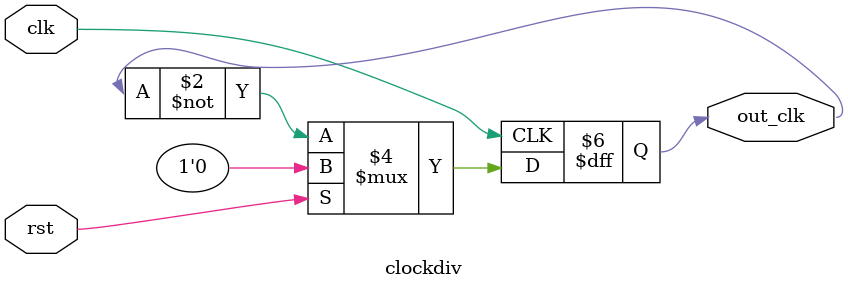
<source format=v>
`timescale 1ns / 1ps

module clockdiv(clk ,rst,out_clk);




output reg out_clk;
input clk ;
input rst;
always @(posedge clk)
begin
if (rst)
     out_clk <= 1'b0;
else
     out_clk <= ~out_clk;	
end
endmodule
 
 
</source>
